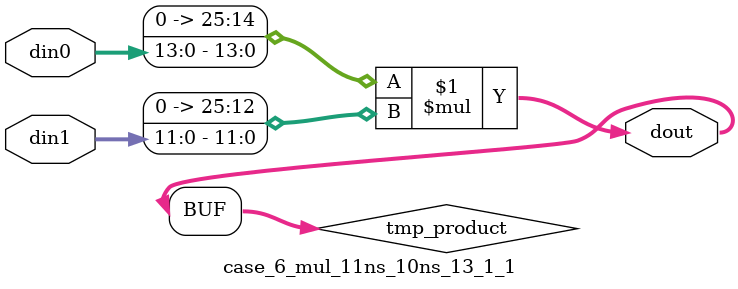
<source format=v>

`timescale 1 ns / 1 ps

 (* use_dsp = "no" *)  module case_6_mul_11ns_10ns_13_1_1(din0, din1, dout);
parameter ID = 1;
parameter NUM_STAGE = 0;
parameter din0_WIDTH = 14;
parameter din1_WIDTH = 12;
parameter dout_WIDTH = 26;

input [din0_WIDTH - 1 : 0] din0; 
input [din1_WIDTH - 1 : 0] din1; 
output [dout_WIDTH - 1 : 0] dout;

wire signed [dout_WIDTH - 1 : 0] tmp_product;
























assign tmp_product = $signed({1'b0, din0}) * $signed({1'b0, din1});











assign dout = tmp_product;





















endmodule

</source>
